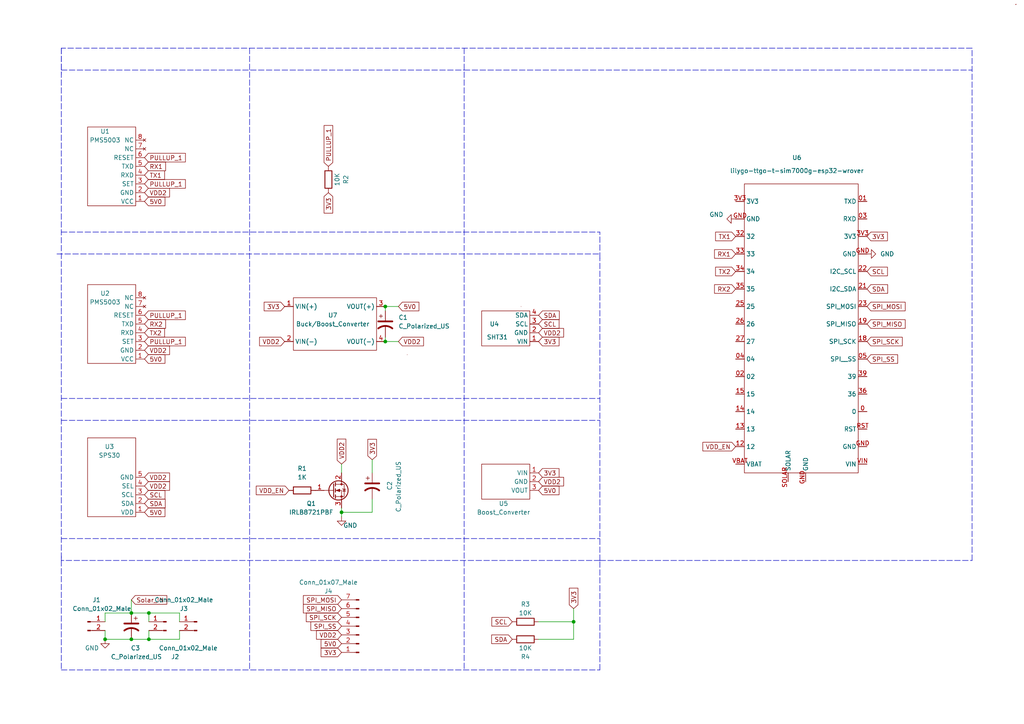
<source format=kicad_sch>
(kicad_sch (version 20211123) (generator eeschema)
  (paper "A4")
  (lib_symbols
    (symbol "Connector:Conn_01x02_Male" (pin_names (offset 1.016) hide)
      (property "Reference" "J" (at 0 2.54 0))
      (property "Value" "Conn_01x02_Male" (at 0 -5.08 0))
      (symbol "Conn_01x02_Male_1_1"
        (polyline (pts (xy 1.27 -2.54) (xy 0.8636 -2.54)) (stroke (width 0.1524)))
        (polyline (pts (xy 1.27 0) (xy 0.8636 0)) (stroke (width 0.1524)))
        (rectangle (start 0.8636 -2.413) (end 0 -2.667) (stroke (width 0.1524)) (fill (type outline)))
        (rectangle (start 0.8636 0.127) (end 0 -0.127) (stroke (width 0.1524)) (fill (type outline)))
        (pin passive line (at 5.08 0 180) (length 3.81) (name "Pin_1") (number "1"))
        (pin passive line (at 5.08 -2.54 180) (length 3.81) (name "Pin_2") (number "2"))
      )
    )
    (symbol "Connector:Conn_01x07_Male" (pin_names (offset 1.016) hide)
      (property "Reference" "J" (at 0 10.16 0))
      (property "Value" "Conn_01x07_Male" (at 0 -10.16 0))
      (symbol "Conn_01x07_Male_1_1"
        (polyline (pts (xy 1.27 -7.62) (xy 0.8636 -7.62)) (stroke (width 0.1524)))
        (polyline (pts (xy 1.27 -5.08) (xy 0.8636 -5.08)) (stroke (width 0.1524)))
        (polyline (pts (xy 1.27 -2.54) (xy 0.8636 -2.54)) (stroke (width 0.1524)))
        (polyline (pts (xy 1.27 0) (xy 0.8636 0)) (stroke (width 0.1524)))
        (polyline (pts (xy 1.27 2.54) (xy 0.8636 2.54)) (stroke (width 0.1524)))
        (polyline (pts (xy 1.27 5.08) (xy 0.8636 5.08)) (stroke (width 0.1524)))
        (polyline (pts (xy 1.27 7.62) (xy 0.8636 7.62)) (stroke (width 0.1524)))
        (rectangle (start 0.8636 -7.493) (end 0 -7.747) (stroke (width 0.1524)) (fill (type outline)))
        (rectangle (start 0.8636 -4.953) (end 0 -5.207) (stroke (width 0.1524)) (fill (type outline)))
        (rectangle (start 0.8636 -2.413) (end 0 -2.667) (stroke (width 0.1524)) (fill (type outline)))
        (rectangle (start 0.8636 0.127) (end 0 -0.127) (stroke (width 0.1524)) (fill (type outline)))
        (rectangle (start 0.8636 2.667) (end 0 2.413) (stroke (width 0.1524)) (fill (type outline)))
        (rectangle (start 0.8636 5.207) (end 0 4.953) (stroke (width 0.1524)) (fill (type outline)))
        (rectangle (start 0.8636 7.747) (end 0 7.493) (stroke (width 0.1524)) (fill (type outline)))
        (pin passive line (at 5.08 7.62 180) (length 3.81) (name "Pin_1") (number "1"))
        (pin passive line (at 5.08 5.08 180) (length 3.81) (name "Pin_2") (number "2"))
        (pin passive line (at 5.08 2.54 180) (length 3.81) (name "Pin_3") (number "3"))
        (pin passive line (at 5.08 0 180) (length 3.81) (name "Pin_4") (number "4"))
        (pin passive line (at 5.08 -2.54 180) (length 3.81) (name "Pin_5") (number "5"))
        (pin passive line (at 5.08 -5.08 180) (length 3.81) (name "Pin_6") (number "6"))
        (pin passive line (at 5.08 -7.62 180) (length 3.81) (name "Pin_7") (number "7"))
      )
    )
    (symbol "Device:C_Polarized_US" (pin_numbers hide) (pin_names (offset 0.254) hide)
      (property "Reference" "C" (at 0.635 2.54 0))
      (property "Value" "C_Polarized_US" (at 0.635 -2.54 0))
      (symbol "C_Polarized_US_0_1"
        (polyline (pts (xy -2.032 0.762) (xy 2.032 0.762)) (stroke (width 0.508)))
        (polyline (pts (xy -1.778 2.286) (xy -0.762 2.286)))
        (polyline (pts (xy -1.27 1.778) (xy -1.27 2.794)))
        (arc (start 2.032 -1.27) (mid 0 -0.5572) (end -2.032 -1.27) (stroke (width 0.508)))
      )
      (symbol "C_Polarized_US_1_1"
        (pin passive line (at 0 3.81 270) (length 2.794) (name "~") (number "1"))
        (pin passive line (at 0 -3.81 90) (length 3.302) (name "~") (number "2"))
      )
    )
    (symbol "Device:R" (pin_numbers hide) (pin_names (offset 0))
      (property "Reference" "R" (at 2.032 0 90))
      (property "Value" "R" (at 0 0 90))
      (symbol "R_0_1"
        (rectangle (start -1.016 -2.54) (end 1.016 2.54) (stroke (width 0.254)))
      )
      (symbol "R_1_1"
        (pin passive line (at 0 3.81 270) (length 1.27) (name "~") (number "1"))
        (pin passive line (at 0 -3.81 90) (length 1.27) (name "~") (number "2"))
      )
    )
    (symbol "Surfside Science:Boost_Converter"
      (property "Reference" "U" (at 0 2.54 0))
      (property "Value" "Boost_Converter" (at 0 0 0))
      (symbol "Boost_Converter_0_1"
        (rectangle (start -6.35 -2.54) (end 7.62 -12.7))
      )
      (symbol "Boost_Converter_1_1"
        (pin power_in line (at 10.16 -5.08 180) (length 2.54) (name "VIN") (number "1"))
        (pin output line (at 10.16 -7.62 180) (length 2.54) (name "GND") (number "2"))
        (pin power_out line (at 10.16 -10.16 180) (length 2.54) (name "VOUT") (number "3"))
      )
    )
    (symbol "Surfside Science:Buck{slash}Boost_Converter"
      (property "Reference" "U" (at 0 -1.27 0))
      (property "Value" "Buck{slash}Boost_Converter" (at 0 -3.81 0))
      (symbol "Buck{slash}Boost_Converter_0_1"
        (rectangle (start -11.43 3.81) (end 12.7 -11.43))
        (rectangle (start 21.59 -12.7) (end 21.59 -12.7))
      )
      (symbol "Buck{slash}Boost_Converter_1_1"
        (pin power_in line (at -13.97 1.27 0) (length 2.54) (name "VIN(+)") (number "1"))
        (pin power_in line (at -13.97 -8.89 0) (length 2.54) (name "VIN(-)") (number "2"))
        (pin power_out line (at 15.24 1.27 180) (length 2.54) (name "VOUT(+)") (number "3"))
        (pin power_out line (at 15.24 -8.89 180) (length 2.54) (name "VOUT(-)") (number "4"))
      )
    )
    (symbol "Surfside Science:PMS5003"
      (property "Reference" "U" (at 0 -2.54 0))
      (property "Value" "PMS5003" (at 0 0 0))
      (symbol "PMS5003_0_1"
        (rectangle (start -11.43 2.54) (end 11.43 -11.43))
      )
      (symbol "PMS5003_1_1"
        (pin power_in line (at -10.16 -13.97 90) (length 2.54) (name "VCC") (number "1"))
        (pin output line (at -7.62 -13.97 90) (length 2.54) (name "GND") (number "2"))
        (pin input line (at -5.08 -13.97 90) (length 2.54) (name "SET") (number "3"))
        (pin input line (at -2.54 -13.97 90) (length 2.54) (name "RXD") (number "4"))
        (pin output line (at 0 -13.97 90) (length 2.54) (name "TXD") (number "5"))
        (pin input line (at 2.54 -13.97 90) (length 2.54) (name "RESET") (number "6"))
        (pin no_connect line (at 5.08 -13.97 90) (length 2.54) (name "NC") (number "7"))
        (pin no_connect line (at 7.62 -13.97 90) (length 2.54) (name "NC") (number "8"))
      )
    )
    (symbol "Surfside Science:SHT31"
      (property "Reference" "U" (at 12.7 -11.43 0))
      (property "Value" "SHT31" (at 12.7 -13.97 0))
      (symbol "SHT31_0_1"
        (rectangle (start 7.62 -10.16) (end 17.78 -24.13))
        (rectangle (start 19.05 -21.59) (end 19.05 -21.59))
      )
      (symbol "SHT31_1_1"
        (pin power_in line (at 8.89 -26.67 90) (length 2.54) (name "VIN") (number "1"))
        (pin input line (at 11.43 -26.67 90) (length 2.54) (name "GND") (number "2"))
        (pin input line (at 13.97 -26.67 90) (length 2.54) (name "SCL") (number "3"))
        (pin output line (at 16.51 -26.67 90) (length 2.54) (name "SDA") (number "4"))
      )
    )
    (symbol "Surfside Science:SPS30"
      (property "Reference" "U" (at 6.35 -2.54 0))
      (property "Value" "SPS30" (at 6.35 -5.08 0))
      (symbol "SPS30_0_1"
        (rectangle (start -5.08 1.27) (end 17.78 -12.7))
      )
      (symbol "SPS30_1_1"
        (pin power_in line (at -3.81 -15.24 90) (length 2.54) (name "VDD") (number "1"))
        (pin output line (at -1.27 -15.24 90) (length 2.54) (name "SDA") (number "2"))
        (pin input line (at 1.27 -15.24 90) (length 2.54) (name "SCL") (number "3"))
        (pin input line (at 3.81 -15.24 90) (length 2.54) (name "SEL") (number "4"))
        (pin output line (at 6.35 -15.24 90) (length 2.54) (name "GND") (number "5"))
      )
    )
    (symbol "Surfside Science:lilygo-ttgo-t-sim7000g-esp32-wrover"
      (property "Reference" "U" (at 2.54 -10.16 0))
      (property "Value" "lilygo-ttgo-t-sim7000g-esp32-wrover" (at 2.54 15.24 90))
      (symbol "lilygo-ttgo-t-sim7000g-esp32-wrover_0_1"
        (rectangle (start -15.24 45.72) (end 17.78 -38.1))
        (rectangle (start 63.5 97.79) (end 63.5 97.79))
        (rectangle (start 63.5 97.79) (end 63.5 97.79))
        (rectangle (start 63.5 97.79) (end 63.5 97.79))
        (rectangle (start 63.5 97.79) (end 63.5 97.79))
        (rectangle (start 63.5 97.79) (end 63.5 97.79))
        (rectangle (start 63.5 97.79) (end 63.5 97.79))
        (rectangle (start 63.5 97.79) (end 63.5 97.79))
        (rectangle (start 63.5 97.79) (end 63.5 97.79))
        (rectangle (start 63.5 97.79) (end 63.5 97.79))
        (rectangle (start 63.5 97.79) (end 63.5 97.79))
      )
      (symbol "lilygo-ttgo-t-sim7000g-esp32-wrover_1_1"
        (pin input line (at 20.32 -20.32 180) (length 2.54) (name "0") (number "0"))
        (pin input line (at 20.32 40.64 180) (length 2.54) (name "TXD") (number "01"))
        (pin input line (at -17.78 -10.16 0) (length 2.54) (name "02") (number "02"))
        (pin input line (at 20.32 35.56 180) (length 2.54) (name "RXD") (number "03"))
        (pin input line (at -17.78 -5.08 0) (length 2.54) (name "04") (number "04"))
        (pin input line (at 20.32 -5.08 180) (length 2.54) (name "SPI__SS") (number "05"))
        (pin input line (at -17.78 -30.48 0) (length 2.54) (name "12") (number "12"))
        (pin input line (at -17.78 -25.4 0) (length 2.54) (name "13") (number "13"))
        (pin input line (at -17.78 -20.32 0) (length 2.54) (name "14") (number "14"))
        (pin input line (at -17.78 -15.24 0) (length 2.54) (name "15") (number "15"))
        (pin input line (at 20.32 0 180) (length 2.54) (name "SPI_SCK") (number "18"))
        (pin input line (at 20.32 5.08 180) (length 2.54) (name "SPI_MISO") (number "19"))
        (pin input line (at 20.32 15.24 180) (length 2.54) (name "I2C_SDA") (number "21"))
        (pin input line (at 20.32 20.32 180) (length 2.54) (name "I2C_SCL") (number "22"))
        (pin input line (at 20.32 10.16 180) (length 2.54) (name "SPI_MOSI") (number "23"))
        (pin input line (at -17.78 10.16 0) (length 2.54) (name "25") (number "25"))
        (pin input line (at -17.78 5.08 0) (length 2.54) (name "26") (number "26"))
        (pin input line (at -17.78 0 0) (length 2.54) (name "27") (number "27"))
        (pin input line (at -17.78 30.48 0) (length 2.54) (name "32") (number "32"))
        (pin input line (at -17.78 25.4 0) (length 2.54) (name "33") (number "33"))
        (pin input line (at -17.78 20.32 0) (length 2.54) (name "34") (number "34"))
        (pin input line (at -17.78 15.24 0) (length 2.54) (name "35") (number "35"))
        (pin input line (at 20.32 -15.24 180) (length 2.54) (name "36") (number "36"))
        (pin input line (at 20.32 -10.16 180) (length 2.54) (name "39") (number "39"))
        (pin input line (at -17.78 40.64 0) (length 2.54) (name "3V3") (number "3V3"))
        (pin input line (at 20.32 30.48 180) (length 2.54) (name "3V3") (number "3V3"))
        (pin input line (at -17.78 35.56 0) (length 2.54) (name "GND") (number "GND"))
        (pin input line (at 2.54 -40.64 90) (length 2.54) (name "GND") (number "GND"))
        (pin input line (at 20.32 -30.48 180) (length 2.54) (name "GND") (number "GND"))
        (pin input line (at 20.32 25.4 180) (length 2.54) (name "GND") (number "GND"))
        (pin input line (at 20.32 -25.4 180) (length 2.54) (name "RST") (number "RST"))
        (pin input line (at -2.54 -40.64 90) (length 2.54) (name "SOLAR") (number "SOLAR"))
        (pin input line (at -17.78 -35.56 0) (length 2.54) (name "VBAT") (number "VBAT"))
        (pin input line (at 20.32 -35.56 180) (length 2.54) (name "VIN") (number "VIN"))
      )
    )
    (symbol "Transistor_FET:IRLB8721PBF" (pin_names hide)
      (property "Reference" "Q" (at 6.35 1.905 0))
      (property "Value" "IRLB8721PBF" (at 6.35 0 0))
      (symbol "IRLB8721PBF_0_1"
        (polyline (pts (xy 0.254 0) (xy -2.54 0)))
        (polyline (pts (xy 0.254 1.905) (xy 0.254 -1.905)) (stroke (width 0.254)))
        (polyline (pts (xy 0.762 -1.27) (xy 0.762 -2.286)) (stroke (width 0.254)))
        (polyline (pts (xy 0.762 0.508) (xy 0.762 -0.508)) (stroke (width 0.254)))
        (polyline (pts (xy 0.762 2.286) (xy 0.762 1.27)) (stroke (width 0.254)))
        (polyline (pts (xy 2.54 2.54) (xy 2.54 1.778)))
        (polyline (pts (xy 2.54 -2.54) (xy 2.54 0) (xy 0.762 0)))
        (polyline (pts (xy 0.762 -1.778) (xy 3.302 -1.778) (xy 3.302 1.778) (xy 0.762 1.778)))
        (polyline (pts (xy 1.016 0) (xy 2.032 0.381) (xy 2.032 -0.381) (xy 1.016 0)) (fill (type outline)))
        (polyline (pts (xy 2.794 0.508) (xy 2.921 0.381) (xy 3.683 0.381) (xy 3.81 0.254)))
        (polyline (pts (xy 3.302 0.381) (xy 2.921 -0.254) (xy 3.683 -0.254) (xy 3.302 0.381)))
        (circle (center 1.651 0) (radius 2.794) (stroke (width 0.254)))
        (circle (center 2.54 -1.778) (radius 0.254) (fill (type outline)))
        (circle (center 2.54 1.778) (radius 0.254) (fill (type outline)))
      )
      (symbol "IRLB8721PBF_1_1"
        (pin input line (at -5.08 0 0) (length 2.54) (name "G") (number "1"))
        (pin passive line (at 2.54 5.08 270) (length 2.54) (name "D") (number "2"))
        (pin passive line (at 2.54 -5.08 90) (length 2.54) (name "S") (number "3"))
      )
    )
    (symbol "power:GND" (power) (pin_names (offset 0))
      (property "Value" "GND" (at 0 -3.81 0))
      (symbol "GND_0_1"
        (polyline (pts (xy 0 0) (xy 0 -1.27) (xy 1.27 -1.27) (xy 0 -2.54) (xy -1.27 -1.27) (xy 0 -1.27)))
      )
      (symbol "GND_1_1"
        (pin power_in line (at 0 0 270) (length 0) hide (name "GND") (number "1"))
      )
    )
  )
  (junction (at 38.1 185.42))
  (junction (at 38.1 177.8))
  (junction (at 99.06 148.59))
  (junction (at 111.76 88.9))
  (junction (at 166.37 180.34))
  (junction (at 43.18 185.42))
  (junction (at 111.76 99.06))
  (junction (at 30.48 185.42))
  (junction (at 43.18 177.8))
  (polyline (pts (xy 281.94 13.97) (xy 17.78 13.97)))
  (polyline (pts (xy 16.51 73.66) (xy 173.99 73.66)))
  (polyline (pts (xy 173.99 162.56) (xy 17.78 162.56)))
  (wire (pts (xy 111.76 99.06) (xy 115.57 99.06)))
  (polyline (pts (xy 17.78 13.97) (xy 17.78 194.31)))
  (wire (pts (xy 111.76 88.9) (xy 111.76 90.17)))
  (wire (pts (xy 30.48 185.42) (xy 38.1 185.42)))
  (polyline (pts (xy 17.78 67.31) (xy 173.99 67.31)))
  (polyline (pts (xy 17.78 162.56) (xy 17.78 161.29)))
  (wire (pts (xy 43.18 185.42) (xy 52.07 185.42)))
  (polyline (pts (xy 17.78 194.31) (xy 173.99 194.31)))
  (wire (pts (xy 115.57 88.9) (xy 111.76 88.9)))
  (polyline (pts (xy 173.99 162.56) (xy 173.99 74.93)))
  (wire (pts (xy 38.1 173.99) (xy 38.1 177.8)))
  (wire (pts (xy 38.1 177.8) (xy 43.18 177.8)))
  (polyline (pts (xy 72.39 13.97) (xy 72.39 194.31)))
  (wire (pts (xy 52.07 185.42) (xy 52.07 182.88)))
  (polyline (pts (xy 281.94 162.56) (xy 281.94 13.97)))
  (wire (pts (xy 111.76 97.79) (xy 111.76 99.06)))
  (polyline (pts (xy 173.99 194.31) (xy 173.99 162.56)))
  (wire (pts (xy 99.06 134.62) (xy 99.06 137.16)))
  (wire (pts (xy 156.21 180.34) (xy 166.37 180.34)))
  (wire (pts (xy 107.95 148.59) (xy 99.06 148.59)))
  (wire (pts (xy 38.1 185.42) (xy 43.18 185.42)))
  (wire (pts (xy 30.48 182.88) (xy 30.48 185.42)))
  (polyline (pts (xy 173.99 74.93) (xy 173.99 67.31)))
  (wire (pts (xy 43.18 177.8) (xy 43.18 180.34)))
  (polyline (pts (xy 17.78 115.57) (xy 173.99 115.57)))
  (wire (pts (xy 52.07 180.34) (xy 52.07 177.8)))
  (polyline (pts (xy 17.78 156.21) (xy 173.99 156.21)))
  (polyline (pts (xy 17.78 13.97) (xy 17.78 21.59)))
  (wire (pts (xy 43.18 177.8) (xy 52.07 177.8)))
  (polyline (pts (xy 134.62 13.97) (xy 134.62 194.31)))
  (polyline (pts (xy 17.78 121.92) (xy 173.99 121.92)))
  (wire (pts (xy 107.95 133.35) (xy 107.95 137.16)))
  (wire (pts (xy 166.37 185.42) (xy 156.21 185.42)))
  (wire (pts (xy 166.37 180.34) (xy 166.37 185.42)))
  (polyline (pts (xy 134.62 20.32) (xy 281.94 20.32)))
  (wire (pts (xy 30.48 177.8) (xy 38.1 177.8)))
  (wire (pts (xy 166.37 176.53) (xy 166.37 180.34)))
  (polyline (pts (xy 17.78 20.32) (xy 134.62 20.32)))
  (wire (pts (xy 107.95 144.78) (xy 107.95 148.59)))
  (wire (pts (xy 99.06 148.59) (xy 99.06 149.86)))
  (polyline (pts (xy 173.99 162.56) (xy 281.94 162.56)))
  (wire (pts (xy 99.06 147.32) (xy 99.06 148.59)))
  (wire (pts (xy 43.18 182.88) (xy 43.18 185.42)))
  (wire (pts (xy 30.48 180.34) (xy 30.48 177.8)))
  (global_label "SPI_SS" (shape input) (at 251.46 104.14 0) (property "Intersheet References" "${INTERSHEET_REFS}" (effects hide)))
  (global_label "RX2" (shape input) (at 41.91 93.98 0) (property "Intersheet References" "${INTERSHEET_REFS}" (effects hide)))
  (global_label "VDD2" (shape input) (at 41.91 101.6 0) (property "Intersheet References" "${INTERSHEET_REFS}" (effects hide)))
  (global_label "TX2" (shape input) (at 213.36 78.74 180) (property "Intersheet References" "${INTERSHEET_REFS}" (effects hide)))
  (global_label "VDD2" (shape input) (at 156.21 139.7 0) (property "Intersheet References" "${INTERSHEET_REFS}" (effects hide)))
  (global_label "SPI_MOSI" (shape input) (at 99.06 173.99 180) (property "Intersheet References" "${INTERSHEET_REFS}" (effects hide)))
  (global_label "SCL" (shape input) (at 148.59 180.34 180) (property "Intersheet References" "${INTERSHEET_REFS}" (effects hide)))
  (global_label "RX1" (shape input) (at 213.36 73.66 180) (property "Intersheet References" "${INTERSHEET_REFS}" (effects hide)))
  (global_label "SDA" (shape input) (at 251.46 83.82 0) (property "Intersheet References" "${INTERSHEET_REFS}" (effects hide)))
  (global_label "TX2" (shape input) (at 41.91 96.52 0) (property "Intersheet References" "${INTERSHEET_REFS}" (effects hide)))
  (global_label "SPI_MOSI" (shape input) (at 251.46 88.9 0) (property "Intersheet References" "${INTERSHEET_REFS}" (effects hide)))
  (global_label "VDD_EN" (shape input) (at 83.82 142.24 180) (property "Intersheet References" "${INTERSHEET_REFS}" (effects hide)))
  (global_label "VDD2" (shape input) (at 115.57 99.06 0) (property "Intersheet References" "${INTERSHEET_REFS}" (effects hide)))
  (global_label "VDD2" (shape input) (at 82.55 99.06 180) (property "Intersheet References" "${INTERSHEET_REFS}" (effects hide)))
  (global_label "SDA" (shape input) (at 41.91 146.05 0) (property "Intersheet References" "${INTERSHEET_REFS}" (effects hide)))
  (global_label "VDD2" (shape input) (at 99.06 184.15 180) (property "Intersheet References" "${INTERSHEET_REFS}" (effects hide)))
  (global_label "RX2" (shape input) (at 213.36 83.82 180) (property "Intersheet References" "${INTERSHEET_REFS}" (effects hide)))
  (global_label "3V3" (shape input) (at 82.55 88.9 180) (property "Intersheet References" "${INTERSHEET_REFS}" (effects hide)))
  (global_label "SPI_MISO" (shape input) (at 99.06 176.53 180) (property "Intersheet References" "${INTERSHEET_REFS}" (effects hide)))
  (global_label "TX1" (shape input) (at 41.91 50.8 0) (property "Intersheet References" "${INTERSHEET_REFS}" (effects hide)))
  (global_label "PULLUP_1" (shape input) (at 95.25 48.26 90) (property "Intersheet References" "${INTERSHEET_REFS}" (effects hide)))
  (global_label "3V3" (shape input) (at 251.46 68.58 0) (property "Intersheet References" "${INTERSHEET_REFS}" (effects hide)))
  (global_label "SCL" (shape input) (at 156.21 93.98 0) (property "Intersheet References" "${INTERSHEET_REFS}" (effects hide)))
  (global_label "SPI_MISO" (shape input) (at 251.46 93.98 0) (property "Intersheet References" "${INTERSHEET_REFS}" (effects hide)))
  (global_label "3V3" (shape input) (at 99.06 189.23 180) (property "Intersheet References" "${INTERSHEET_REFS}" (effects hide)))
  (global_label "SCL" (shape input) (at 41.91 143.51 0) (property "Intersheet References" "${INTERSHEET_REFS}" (effects hide)))
  (global_label "SCL" (shape input) (at 251.46 78.74 0) (property "Intersheet References" "${INTERSHEET_REFS}" (effects hide)))
  (global_label "SDA" (shape input) (at 148.59 185.42 180) (property "Intersheet References" "${INTERSHEET_REFS}" (effects hide)))
  (global_label "SPI_SS" (shape input) (at 99.06 181.61 180) (property "Intersheet References" "${INTERSHEET_REFS}" (effects hide)))
  (global_label "3V3" (shape input) (at 156.21 99.06 0) (property "Intersheet References" "${INTERSHEET_REFS}" (effects hide)))
  (global_label "VDD2" (shape input) (at 41.91 55.88 0) (property "Intersheet References" "${INTERSHEET_REFS}" (effects hide)))
  (global_label "VDD_EN" (shape input) (at 213.36 129.54 180) (property "Intersheet References" "${INTERSHEET_REFS}" (effects hide)))
  (global_label "VDD2" (shape input) (at 41.91 138.43 0) (property "Intersheet References" "${INTERSHEET_REFS}" (effects hide)))
  (global_label "3V3" (shape input) (at 107.95 133.35 90) (property "Intersheet References" "${INTERSHEET_REFS}" (effects hide)))
  (global_label "Solar_IN" (shape input) (at 38.1 173.99 0) (property "Intersheet References" "${INTERSHEET_REFS}" (effects hide)))
  (global_label "PULLUP_1" (shape input) (at 41.91 45.72 0) (property "Intersheet References" "${INTERSHEET_REFS}" (effects hide)))
  (global_label "PULLUP_1" (shape input) (at 41.91 99.06 0) (property "Intersheet References" "${INTERSHEET_REFS}" (effects hide)))
  (global_label "5V0" (shape input) (at 41.91 148.59 0) (property "Intersheet References" "${INTERSHEET_REFS}" (effects hide)))
  (global_label "5V0" (shape input) (at 115.57 88.9 0) (property "Intersheet References" "${INTERSHEET_REFS}" (effects hide)))
  (global_label "TX1" (shape input) (at 213.36 68.58 180) (property "Intersheet References" "${INTERSHEET_REFS}" (effects hide)))
  (global_label "PULLUP_1" (shape input) (at 41.91 91.44 0) (property "Intersheet References" "${INTERSHEET_REFS}" (effects hide)))
  (global_label "5V0" (shape input) (at 41.91 104.14 0) (property "Intersheet References" "${INTERSHEET_REFS}" (effects hide)))
  (global_label "5V0" (shape input) (at 99.06 186.69 180) (property "Intersheet References" "${INTERSHEET_REFS}" (effects hide)))
  (global_label "3V3" (shape input) (at 156.21 137.16 0) (property "Intersheet References" "${INTERSHEET_REFS}" (effects hide)))
  (global_label "3V3" (shape input) (at 166.37 176.53 90) (property "Intersheet References" "${INTERSHEET_REFS}" (effects hide)))
  (global_label "SDA" (shape input) (at 156.21 91.44 0) (property "Intersheet References" "${INTERSHEET_REFS}" (effects hide)))
  (global_label "RX1" (shape input) (at 41.91 48.26 0) (property "Intersheet References" "${INTERSHEET_REFS}" (effects hide)))
  (global_label "VDD2" (shape input) (at 156.21 96.52 0) (property "Intersheet References" "${INTERSHEET_REFS}" (effects hide)))
  (global_label "PULLUP_1" (shape input) (at 41.91 53.34 0) (property "Intersheet References" "${INTERSHEET_REFS}" (effects hide)))
  (global_label "SPI_SCK" (shape input) (at 99.06 179.07 180) (property "Intersheet References" "${INTERSHEET_REFS}" (effects hide)))
  (global_label "5V0" (shape input) (at 156.21 142.24 0) (property "Intersheet References" "${INTERSHEET_REFS}" (effects hide)))
  (global_label "VDD2" (shape input) (at 99.06 134.62 90) (property "Intersheet References" "${INTERSHEET_REFS}" (effects hide)))
  (global_label "5V0" (shape input) (at 41.91 58.42 0) (property "Intersheet References" "${INTERSHEET_REFS}" (effects hide)))
  (global_label "VDD2" (shape input) (at 41.91 140.97 0) (property "Intersheet References" "${INTERSHEET_REFS}" (effects hide)))
  (global_label "3V3" (shape input) (at 95.25 55.88 270) (property "Intersheet References" "${INTERSHEET_REFS}" (effects hide)))
  (global_label "SPI_SCK" (shape input) (at 251.46 99.06 0) (property "Intersheet References" "${INTERSHEET_REFS}" (effects hide)))
  (symbol (lib_id "power:GND") (at 213.36 63.5 270) (unit 1)
    (property "Reference" "#PWR0103" (effects hide))
    (property "Value" "GND" (at 205.74 62.23 90) (effects (justify left)))
  )
  (symbol (lib_id "Surfside Science:SPS30") (at 26.67 144.78 90) (unit 1)
    (property "Reference" "U3" (at 31.75 129.54 90))
    (property "Value" "SPS30" (at 31.75 132.08 90))
    (property "Footprint" "Surfside Science:SPS30" (effects hide))
  )
  (symbol (lib_id "Connector:Conn_01x07_Male") (at 104.14 181.61 180) (unit 1)
    (property "Reference" "J4" (at 95.25 171.45 0))
    (property "Value" "Conn_01x07_Male" (at 95.25 168.91 0))
    (property "Footprint" "Connector_PinHeader_2.54mm:PinHeader_1x07_P2.54mm_Vertical" (effects hide))
  )
  (symbol (lib_id "Surfside Science:PMS5003") (at 27.94 48.26 90) (unit 1)
    (property "Reference" "U1" (at 30.48 38.1 90))
    (property "Value" "PMS5003" (at 30.48 40.64 90))
    (property "Footprint" "Surfside Science:PMS5003" (effects hide))
  )
  (symbol (lib_id "Surfside Science:PMS5003") (at 27.94 93.98 90) (unit 1)
    (property "Reference" "U2" (at 30.48 85.09 90))
    (property "Value" "PMS5003" (at 30.48 87.63 90))
    (property "Footprint" "Surfside Science:PMS5003" (effects hide))
  )
  (symbol (lib_id "Device:R") (at 152.4 180.34 90) (unit 1)
    (property "Reference" "R3" (at 152.4 175.26 90))
    (property "Value" "10K" (at 152.4 177.8 90))
    (property "Footprint" "Resistor_THT:R_Axial_DIN0204_L3.6mm_D1.6mm_P7.62mm_Horizontal" (effects hide))
  )
  (symbol (lib_id "Connector:Conn_01x02_Male") (at 25.4 180.34 0) (unit 1)
    (property "Reference" "J1" (at 29.21 173.99 0) (effects (justify right)))
    (property "Value" "Conn_01x02_Male" (at 38.1 176.53 0) (effects (justify right)))
    (property "Footprint" "Connector_JST:JST_XH_B2B-XH-AM_1x02_P2.50mm_Vertical" (effects hide))
  )
  (symbol (lib_id "power:GND") (at 99.06 149.86 0) (unit 1)
    (property "Reference" "#PWR0102" (effects hide))
    (property "Value" "GND" (at 101.6 152.4 0))
  )
  (symbol (lib_id "Surfside Science:Boost_Converter") (at 146.05 132.08 0) (unit 1)
    (property "Reference" "U5" (at 146.05 146.05 0))
    (property "Value" "Boost_Converter" (at 146.05 148.59 0))
    (property "Footprint" "Surfside Science:Boost_Converter" (effects hide))
  )
  (symbol (lib_id "Device:R") (at 87.63 142.24 90) (unit 1)
    (property "Reference" "R1" (at 87.63 135.89 90))
    (property "Value" "1K" (at 87.63 138.43 90))
    (property "Footprint" "Resistor_THT:R_Axial_DIN0204_L3.6mm_D1.6mm_P7.62mm_Horizontal" (effects hide))
  )
  (symbol (lib_id "Device:C_Polarized_US") (at 111.76 93.98 0) (unit 1)
    (property "Reference" "C1" (at 115.57 92.0749 0) (effects (justify left)))
    (property "Value" "C_Polarized_US" (at 115.57 94.6149 0) (effects (justify left)))
    (property "Footprint" "Capacitor_THT:CP_Radial_D6.3mm_P2.50mm" (effects hide))
  )
  (symbol (lib_id "Surfside Science:Buck{slash}Boost_Converter") (at 96.52 90.17 0) (unit 1)
    (property "Reference" "U7" (at 96.52 91.44 0))
    (property "Value" "Buck/Boost_Converter" (at 96.52 93.98 0))
    (property "Footprint" "Surfside Science:Buck_Boost_Converter" (effects hide))
  )
  (symbol (lib_id "Device:R") (at 95.25 52.07 0) (unit 1)
    (property "Reference" "R2" (at 100.33 52.07 90))
    (property "Value" "10K" (at 97.79 52.07 90))
    (property "Footprint" "Resistor_THT:R_Axial_DIN0204_L3.6mm_D1.6mm_P7.62mm_Horizontal" (effects hide))
  )
  (symbol (lib_id "power:GND") (at 30.48 185.42 0) (unit 1)
    (property "Reference" "#PWR0101" (effects hide))
    (property "Value" "GND" (at 26.67 187.96 0))
  )
  (symbol (lib_id "Surfside Science:SHT31") (at 129.54 107.95 90) (unit 1)
    (property "Reference" "U4" (at 144.78 93.98 90) (effects (justify left)))
    (property "Value" "SHT31" (at 147.32 97.79 90) (effects (justify left)))
    (property "Footprint" "Surfside Science:SHT31" (effects hide))
  )
  (symbol (lib_id "Transistor_FET:IRLB8721PBF") (at 96.52 142.24 0) (unit 1)
    (property "Reference" "Q1" (at 88.9 146.05 0) (effects (justify left)))
    (property "Value" "IRLB8721PBF" (at 83.82 148.59 0) (effects (justify left)))
    (property "Footprint" "Package_TO_SOT_THT:TO-220-3_Vertical" (effects hide))
    (property "Datasheet" "http://www.infineon.com/dgdl/irlb8721pbf.pdf?fileId=5546d462533600a40153566056732591" (effects hide))
  )
  (symbol (lib_id "Connector:Conn_01x02_Male") (at 57.15 180.34 0) (mirror y) (unit 1)
    (property "Reference" "J3" (at 53.34 176.53 0))
    (property "Value" "Conn_01x02_Male" (at 53.34 173.99 0))
    (property "Footprint" "Connector_JST:JST_XH_B2B-XH-AM_1x02_P2.50mm_Vertical" (effects hide))
  )
  (symbol (lib_id "Device:C_Polarized_US") (at 38.1 181.61 0) (mirror y) (unit 1)
    (property "Reference" "C3" (at 40.64 187.96 0) (effects (justify left)))
    (property "Value" "C_Polarized_US" (at 46.99 190.5 0) (effects (justify left)))
    (property "Footprint" "Capacitor_THT:CP_Radial_D6.3mm_P2.50mm" (effects hide))
  )
  (symbol (lib_id "Device:R") (at 152.4 185.42 270) (unit 1)
    (property "Reference" "R4" (at 152.4 190.5 90))
    (property "Value" "10K" (at 152.4 187.96 90))
    (property "Footprint" "Resistor_THT:R_Axial_DIN0204_L3.6mm_D1.6mm_P7.62mm_Horizontal" (effects hide))
  )
  (symbol (lib_id "power:GND") (at 251.46 73.66 90) (unit 1)
    (property "Reference" "#PWR0104" (effects hide))
    (property "Value" "GND" (at 255.27 73.6599 90) (effects (justify right)))
  )
  (symbol (lib_id "Device:C_Polarized_US") (at 107.95 140.97 0) (unit 1)
    (property "Reference" "C2" (at 113.03 142.24 90) (effects (justify left)))
    (property "Value" "C_Polarized_US" (at 115.57 148.59 90) (effects (justify left)))
    (property "Footprint" "Capacitor_THT:CP_Radial_D6.3mm_P2.50mm" (effects hide))
  )
  (symbol (lib_id "Connector:Conn_01x02_Male") (at 48.26 180.34 0) (mirror y) (unit 1)
    (property "Reference" "J2" (at 50.8 190.5 0))
    (property "Value" "Conn_01x02_Male" (at 54.61 187.96 0))
    (property "Footprint" "Connector_JST:JST_XH_B2B-XH-AM_1x02_P2.50mm_Vertical" (effects hide))
  )
  (symbol (lib_id "Surfside Science:lilygo-ttgo-t-sim7000g-esp32-wrover") (at 231.14 99.06 0) (unit 1)
    (property "Reference" "U6" (at 231.14 45.72 0))
    (property "Value" "lilygo-ttgo-t-sim7000g-esp32-wrover" (at 231.14 49.53 0))
    (property "Footprint" "Surfside Science:ilygo-ttgo-t-sim7000g-esp32-wrover" (effects hide))
  )
)
</source>
